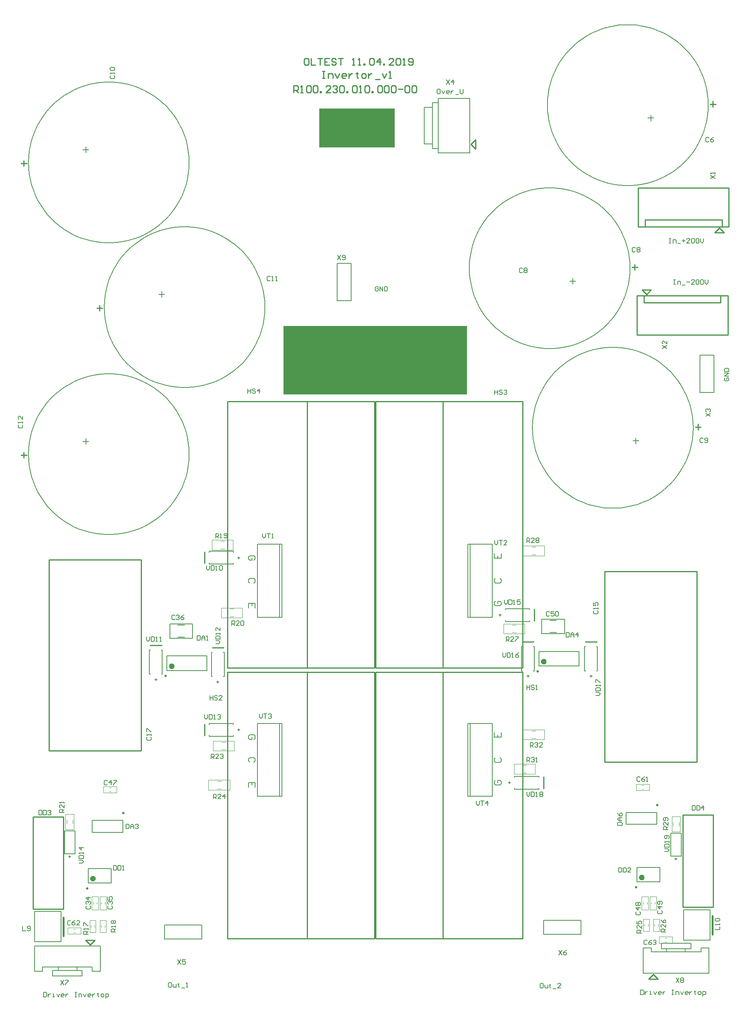
<source format=gto>
%FSTAX23Y23*%
%MOIN*%
%SFA1B1*%

%IPPOS*%
%ADD58C,0.023600*%
%ADD59C,0.009800*%
%ADD60C,0.005000*%
%ADD61C,0.008000*%
%ADD62C,0.010000*%
%ADD63C,0.007900*%
%ADD64C,0.007900*%
%ADD65C,0.006000*%
%ADD66C,0.015700*%
%ADD67C,0.003900*%
%ADD68C,0.005900*%
%ADD69R,0.649600X0.332700*%
%ADD70R,1.574800X0.590600*%
%LNr100.230.010.000-00_invertor-1*%
%LPD*%
G54D58*
X05405Y01137D02*
D01*
X05405Y01138*
X05405Y01139*
X05405Y0114*
X05405Y01141*
X05404Y01141*
X05404Y01142*
X05404Y01143*
X05403Y01144*
X05403Y01144*
X05402Y01145*
X05402Y01145*
X05401Y01146*
X054Y01147*
X054Y01147*
X05399Y01148*
X05398Y01148*
X05398Y01148*
X05397Y01149*
X05396Y01149*
X05395Y01149*
X05394Y01149*
X05394Y01149*
X05393*
X05392Y01149*
X05391Y01149*
X0539Y01149*
X0539Y01149*
X05389Y01148*
X05388Y01148*
X05387Y01148*
X05387Y01147*
X05386Y01147*
X05385Y01146*
X05385Y01145*
X05384Y01145*
X05384Y01144*
X05383Y01144*
X05383Y01143*
X05382Y01142*
X05382Y01141*
X05382Y01141*
X05382Y0114*
X05382Y01139*
X05381Y01138*
X05381Y01137*
X05381Y01136*
X05382Y01136*
X05382Y01135*
X05382Y01134*
X05382Y01133*
X05382Y01133*
X05383Y01132*
X05383Y01131*
X05384Y0113*
X05384Y0113*
X05385Y01129*
X05385Y01129*
X05386Y01128*
X05387Y01128*
X05387Y01127*
X05388Y01127*
X05389Y01126*
X0539Y01126*
X0539Y01126*
X05391Y01126*
X05392Y01126*
X05393Y01126*
X05394*
X05394Y01126*
X05395Y01126*
X05396Y01126*
X05397Y01126*
X05398Y01126*
X05398Y01127*
X05399Y01127*
X054Y01128*
X054Y01128*
X05401Y01129*
X05402Y01129*
X05402Y0113*
X05403Y0113*
X05403Y01131*
X05404Y01132*
X05404Y01133*
X05404Y01133*
X05405Y01134*
X05405Y01135*
X05405Y01136*
X05405Y01136*
X05405Y01137*
X007Y01128D02*
D01*
X007Y01128*
X007Y01129*
X007Y0113*
X007Y01131*
X007Y01132*
X00699Y01132*
X00699Y01133*
X00699Y01134*
X00698Y01134*
X00698Y01135*
X00697Y01136*
X00696Y01136*
X00696Y01137*
X00695Y01137*
X00694Y01138*
X00694Y01138*
X00693Y01138*
X00692Y01139*
X00691Y01139*
X00691Y01139*
X0069Y01139*
X00689Y01139*
X00688*
X00687Y01139*
X00686Y01139*
X00686Y01139*
X00685Y01139*
X00684Y01138*
X00683Y01138*
X00683Y01138*
X00682Y01137*
X00681Y01137*
X00681Y01136*
X0068Y01136*
X00679Y01135*
X00679Y01134*
X00678Y01134*
X00678Y01133*
X00678Y01132*
X00677Y01132*
X00677Y01131*
X00677Y0113*
X00677Y01129*
X00677Y01128*
X00677Y01128*
X00677Y01127*
X00677Y01126*
X00677Y01125*
X00677Y01124*
X00677Y01123*
X00678Y01123*
X00678Y01122*
X00678Y01121*
X00679Y01121*
X00679Y0112*
X0068Y01119*
X00681Y01119*
X00681Y01118*
X00682Y01118*
X00683Y01117*
X00683Y01117*
X00684Y01117*
X00685Y01116*
X00686Y01116*
X00686Y01116*
X00687Y01116*
X00688Y01116*
X00689*
X0069Y01116*
X00691Y01116*
X00691Y01116*
X00692Y01116*
X00693Y01117*
X00694Y01117*
X00694Y01117*
X00695Y01118*
X00696Y01118*
X00696Y01119*
X00697Y01119*
X00698Y0112*
X00698Y01121*
X00699Y01121*
X00699Y01122*
X00699Y01123*
X007Y01123*
X007Y01124*
X007Y01125*
X007Y01126*
X007Y01127*
X007Y01128*
X04565Y02988D02*
D01*
X04564Y02989*
X04564Y02989*
X04564Y0299*
X04564Y02991*
X04564Y02992*
X04563Y02992*
X04563Y02993*
X04563Y02994*
X04562Y02995*
X04562Y02995*
X04561Y02996*
X04561Y02996*
X0456Y02997*
X04559Y02997*
X04559Y02998*
X04558Y02998*
X04557Y02999*
X04556Y02999*
X04556Y02999*
X04555Y02999*
X04554Y02999*
X04553Y02999*
X04552*
X04551Y02999*
X04551Y02999*
X0455Y02999*
X04549Y02999*
X04548Y02999*
X04548Y02998*
X04547Y02998*
X04546Y02997*
X04545Y02997*
X04545Y02996*
X04544Y02996*
X04544Y02995*
X04543Y02995*
X04543Y02994*
X04542Y02993*
X04542Y02992*
X04542Y02992*
X04541Y02991*
X04541Y0299*
X04541Y02989*
X04541Y02989*
X04541Y02988*
X04541Y02987*
X04541Y02986*
X04541Y02985*
X04541Y02984*
X04542Y02984*
X04542Y02983*
X04542Y02982*
X04543Y02981*
X04543Y02981*
X04544Y0298*
X04544Y0298*
X04545Y02979*
X04545Y02978*
X04546Y02978*
X04547Y02977*
X04548Y02977*
X04548Y02977*
X04549Y02976*
X0455Y02976*
X04551Y02976*
X04551Y02976*
X04552Y02976*
X04553*
X04554Y02976*
X04555Y02976*
X04556Y02976*
X04556Y02976*
X04557Y02977*
X04558Y02977*
X04559Y02977*
X04559Y02978*
X0456Y02978*
X04561Y02979*
X04561Y0298*
X04562Y0298*
X04562Y02981*
X04563Y02981*
X04563Y02982*
X04563Y02983*
X04564Y02984*
X04564Y02984*
X04564Y02985*
X04564Y02986*
X04564Y02987*
X04565Y02988*
X01376Y02948D02*
D01*
X01375Y02949*
X01375Y0295*
X01375Y02951*
X01375Y02952*
X01375Y02952*
X01374Y02953*
X01374Y02954*
X01374Y02955*
X01373Y02955*
X01373Y02956*
X01372Y02956*
X01372Y02957*
X01371Y02958*
X0137Y02958*
X0137Y02959*
X01369Y02959*
X01368Y02959*
X01367Y0296*
X01367Y0296*
X01366Y0296*
X01365Y0296*
X01364Y0296*
X01363*
X01362Y0296*
X01362Y0296*
X01361Y0296*
X0136Y0296*
X01359Y02959*
X01359Y02959*
X01358Y02959*
X01357Y02958*
X01356Y02958*
X01356Y02957*
X01355Y02956*
X01355Y02956*
X01354Y02955*
X01354Y02955*
X01353Y02954*
X01353Y02953*
X01353Y02952*
X01352Y02952*
X01352Y02951*
X01352Y0295*
X01352Y02949*
X01352Y02948*
X01352Y02947*
X01352Y02947*
X01352Y02946*
X01352Y02945*
X01353Y02944*
X01353Y02944*
X01353Y02943*
X01354Y02942*
X01354Y02941*
X01355Y02941*
X01355Y0294*
X01356Y0294*
X01356Y02939*
X01357Y02939*
X01358Y02938*
X01359Y02938*
X01359Y02937*
X0136Y02937*
X01361Y02937*
X01362Y02937*
X01362Y02937*
X01363Y02937*
X01364*
X01365Y02937*
X01366Y02937*
X01367Y02937*
X01367Y02937*
X01368Y02937*
X01369Y02938*
X0137Y02938*
X0137Y02939*
X01371Y02939*
X01372Y0294*
X01372Y0294*
X01373Y02941*
X01373Y02941*
X01374Y02942*
X01374Y02943*
X01374Y02944*
X01375Y02944*
X01375Y02945*
X01375Y02946*
X01375Y02947*
X01375Y02947*
X01376Y02948*
G54D59*
X05349Y01054D02*
D01*
X05349Y01054*
X05349Y01054*
X05349Y01055*
X05349Y01055*
X05348Y01055*
X05348Y01056*
X05348Y01056*
X05348Y01056*
X05348Y01056*
X05348Y01057*
X05347Y01057*
X05347Y01057*
X05347Y01057*
X05347Y01058*
X05346Y01058*
X05346Y01058*
X05346Y01058*
X05345Y01058*
X05345Y01058*
X05345Y01058*
X05344Y01058*
X05344Y01058*
X05344*
X05343Y01058*
X05343Y01058*
X05343Y01058*
X05342Y01058*
X05342Y01058*
X05342Y01058*
X05341Y01058*
X05341Y01058*
X05341Y01057*
X05341Y01057*
X0534Y01057*
X0534Y01057*
X0534Y01056*
X0534Y01056*
X05339Y01056*
X05339Y01056*
X05339Y01055*
X05339Y01055*
X05339Y01055*
X05339Y01054*
X05339Y01054*
X05339Y01054*
X05339Y01053*
X05339Y01053*
X05339Y01053*
X05339Y01052*
X05339Y01052*
X05339Y01052*
X05339Y01051*
X0534Y01051*
X0534Y01051*
X0534Y0105*
X0534Y0105*
X05341Y0105*
X05341Y0105*
X05341Y0105*
X05341Y01049*
X05342Y01049*
X05342Y01049*
X05342Y01049*
X05343Y01049*
X05343Y01049*
X05343Y01049*
X05344Y01049*
X05344*
X05344Y01049*
X05345Y01049*
X05345Y01049*
X05345Y01049*
X05346Y01049*
X05346Y01049*
X05346Y01049*
X05347Y0105*
X05347Y0105*
X05347Y0105*
X05347Y0105*
X05348Y0105*
X05348Y01051*
X05348Y01051*
X05348Y01051*
X05348Y01052*
X05348Y01052*
X05349Y01052*
X05349Y01053*
X05349Y01053*
X05349Y01053*
X05349Y01054*
X00644Y01044D02*
D01*
X00644Y01044*
X00644Y01044*
X00644Y01045*
X00644Y01045*
X00644Y01045*
X00644Y01046*
X00643Y01046*
X00643Y01046*
X00643Y01047*
X00643Y01047*
X00643Y01047*
X00642Y01047*
X00642Y01048*
X00642Y01048*
X00642Y01048*
X00641Y01048*
X00641Y01048*
X00641Y01048*
X0064Y01049*
X0064Y01049*
X0064Y01049*
X00639Y01049*
X00639*
X00639Y01049*
X00638Y01049*
X00638Y01049*
X00638Y01048*
X00637Y01048*
X00637Y01048*
X00637Y01048*
X00636Y01048*
X00636Y01048*
X00636Y01047*
X00636Y01047*
X00635Y01047*
X00635Y01047*
X00635Y01046*
X00635Y01046*
X00635Y01046*
X00634Y01045*
X00634Y01045*
X00634Y01045*
X00634Y01044*
X00634Y01044*
X00634Y01044*
X00634Y01043*
X00634Y01043*
X00634Y01043*
X00634Y01042*
X00634Y01042*
X00635Y01042*
X00635Y01041*
X00635Y01041*
X00635Y01041*
X00635Y01041*
X00636Y0104*
X00636Y0104*
X00636Y0104*
X00636Y0104*
X00637Y0104*
X00637Y01039*
X00637Y01039*
X00638Y01039*
X00638Y01039*
X00638Y01039*
X00639Y01039*
X00639Y01039*
X00639*
X0064Y01039*
X0064Y01039*
X0064Y01039*
X00641Y01039*
X00641Y01039*
X00641Y01039*
X00642Y0104*
X00642Y0104*
X00642Y0104*
X00642Y0104*
X00643Y0104*
X00643Y01041*
X00643Y01041*
X00643Y01041*
X00643Y01041*
X00644Y01042*
X00644Y01042*
X00644Y01042*
X00644Y01043*
X00644Y01043*
X00644Y01043*
X00644Y01044*
X0553Y01759D02*
D01*
X0553Y0176*
X0553Y0176*
X0553Y0176*
X0553Y01761*
X0553Y01761*
X0553Y01761*
X05529Y01762*
X05529Y01762*
X05529Y01762*
X05529Y01762*
X05529Y01763*
X05528Y01763*
X05528Y01763*
X05528Y01763*
X05528Y01764*
X05527Y01764*
X05527Y01764*
X05527Y01764*
X05526Y01764*
X05526Y01764*
X05526Y01764*
X05525Y01764*
X05525*
X05525Y01764*
X05524Y01764*
X05524Y01764*
X05524Y01764*
X05523Y01764*
X05523Y01764*
X05523Y01764*
X05522Y01763*
X05522Y01763*
X05522Y01763*
X05522Y01763*
X05521Y01762*
X05521Y01762*
X05521Y01762*
X05521Y01762*
X05521Y01761*
X0552Y01761*
X0552Y01761*
X0552Y0176*
X0552Y0176*
X0552Y0176*
X0552Y01759*
X0552Y01759*
X0552Y01759*
X0552Y01758*
X0552Y01758*
X0552Y01758*
X05521Y01757*
X05521Y01757*
X05521Y01757*
X05521Y01756*
X05521Y01756*
X05522Y01756*
X05522Y01756*
X05522Y01755*
X05522Y01755*
X05523Y01755*
X05523Y01755*
X05523Y01755*
X05524Y01755*
X05524Y01755*
X05524Y01754*
X05525Y01754*
X05525Y01754*
X05525*
X05526Y01754*
X05526Y01754*
X05526Y01755*
X05527Y01755*
X05527Y01755*
X05527Y01755*
X05528Y01755*
X05528Y01755*
X05528Y01755*
X05528Y01756*
X05529Y01756*
X05529Y01756*
X05529Y01756*
X05529Y01757*
X05529Y01757*
X0553Y01757*
X0553Y01758*
X0553Y01758*
X0553Y01758*
X0553Y01759*
X0553Y01759*
X0553Y01759*
X00953Y0169D02*
D01*
X00953Y01691*
X00953Y01691*
X00953Y01691*
X00953Y01692*
X00953Y01692*
X00953Y01692*
X00953Y01693*
X00952Y01693*
X00952Y01693*
X00952Y01694*
X00952Y01694*
X00952Y01694*
X00951Y01694*
X00951Y01694*
X00951Y01695*
X0095Y01695*
X0095Y01695*
X0095Y01695*
X00949Y01695*
X00949Y01695*
X00949Y01695*
X00948Y01695*
X00948*
X00948Y01695*
X00947Y01695*
X00947Y01695*
X00947Y01695*
X00946Y01695*
X00946Y01695*
X00946Y01695*
X00946Y01694*
X00945Y01694*
X00945Y01694*
X00945Y01694*
X00945Y01694*
X00944Y01693*
X00944Y01693*
X00944Y01693*
X00944Y01692*
X00944Y01692*
X00944Y01692*
X00944Y01691*
X00943Y01691*
X00943Y01691*
X00943Y0169*
X00943Y0169*
X00943Y0169*
X00944Y01689*
X00944Y01689*
X00944Y01689*
X00944Y01688*
X00944Y01688*
X00944Y01688*
X00944Y01688*
X00945Y01687*
X00945Y01687*
X00945Y01687*
X00945Y01687*
X00946Y01686*
X00946Y01686*
X00946Y01686*
X00946Y01686*
X00947Y01686*
X00947Y01686*
X00947Y01686*
X00948Y01686*
X00948Y01686*
X00948*
X00949Y01686*
X00949Y01686*
X00949Y01686*
X0095Y01686*
X0095Y01686*
X0095Y01686*
X00951Y01686*
X00951Y01686*
X00951Y01687*
X00952Y01687*
X00952Y01687*
X00952Y01687*
X00952Y01688*
X00952Y01688*
X00953Y01688*
X00953Y01688*
X00953Y01689*
X00953Y01689*
X00953Y01689*
X00953Y0169*
X00953Y0169*
X00953Y0169*
X04506Y02904D02*
D01*
X04506Y02904*
X04506Y02905*
X04506Y02905*
X04506Y02905*
X04506Y02906*
X04506Y02906*
X04505Y02906*
X04505Y02907*
X04505Y02907*
X04505Y02907*
X04505Y02907*
X04504Y02908*
X04504Y02908*
X04504Y02908*
X04504Y02908*
X04503Y02908*
X04503Y02909*
X04503Y02909*
X04502Y02909*
X04502Y02909*
X04502Y02909*
X04501Y02909*
X04501*
X04501Y02909*
X045Y02909*
X045Y02909*
X045Y02909*
X04499Y02909*
X04499Y02908*
X04499Y02908*
X04498Y02908*
X04498Y02908*
X04498Y02908*
X04498Y02907*
X04497Y02907*
X04497Y02907*
X04497Y02907*
X04497Y02906*
X04497Y02906*
X04496Y02906*
X04496Y02905*
X04496Y02905*
X04496Y02905*
X04496Y02904*
X04496Y02904*
X04496Y02904*
X04496Y02903*
X04496Y02903*
X04496Y02903*
X04496Y02902*
X04497Y02902*
X04497Y02902*
X04497Y02901*
X04497Y02901*
X04497Y02901*
X04498Y02901*
X04498Y029*
X04498Y029*
X04498Y029*
X04499Y029*
X04499Y029*
X04499Y02899*
X045Y02899*
X045Y02899*
X045Y02899*
X04501Y02899*
X04501Y02899*
X04501*
X04502Y02899*
X04502Y02899*
X04502Y02899*
X04503Y02899*
X04503Y02899*
X04503Y029*
X04504Y029*
X04504Y029*
X04504Y029*
X04504Y029*
X04505Y02901*
X04505Y02901*
X04505Y02901*
X04505Y02901*
X04505Y02902*
X04506Y02902*
X04506Y02902*
X04506Y02903*
X04506Y02903*
X04506Y02903*
X04506Y02904*
X04506Y02904*
X01317Y02865D02*
D01*
X01317Y02865*
X01317Y02865*
X01317Y02866*
X01317Y02866*
X01317Y02866*
X01317Y02867*
X01316Y02867*
X01316Y02867*
X01316Y02868*
X01316Y02868*
X01316Y02868*
X01315Y02868*
X01315Y02869*
X01315Y02869*
X01315Y02869*
X01314Y02869*
X01314Y02869*
X01314Y02869*
X01313Y02869*
X01313Y0287*
X01313Y0287*
X01312Y0287*
X01312*
X01312Y0287*
X01311Y0287*
X01311Y02869*
X01311Y02869*
X0131Y02869*
X0131Y02869*
X0131Y02869*
X01309Y02869*
X01309Y02869*
X01309Y02868*
X01309Y02868*
X01308Y02868*
X01308Y02868*
X01308Y02867*
X01308Y02867*
X01308Y02867*
X01307Y02866*
X01307Y02866*
X01307Y02866*
X01307Y02865*
X01307Y02865*
X01307Y02865*
X01307Y02864*
X01307Y02864*
X01307Y02864*
X01307Y02863*
X01307Y02863*
X01308Y02863*
X01308Y02862*
X01308Y02862*
X01308Y02862*
X01308Y02862*
X01309Y02861*
X01309Y02861*
X01309Y02861*
X01309Y02861*
X0131Y0286*
X0131Y0286*
X0131Y0286*
X01311Y0286*
X01311Y0286*
X01311Y0286*
X01312Y0286*
X01312Y0286*
X01312*
X01313Y0286*
X01313Y0286*
X01313Y0286*
X01314Y0286*
X01314Y0286*
X01314Y0286*
X01315Y0286*
X01315Y02861*
X01315Y02861*
X01315Y02861*
X01316Y02861*
X01316Y02862*
X01316Y02862*
X01316Y02862*
X01316Y02862*
X01317Y02863*
X01317Y02863*
X01317Y02863*
X01317Y02864*
X01317Y02864*
X01317Y02864*
X01317Y02865*
X02657Y08045D02*
X02677D01*
X02667*
Y07986*
X02657*
X02677*
X02706D02*
Y08026D01*
X02736*
X02746Y08016*
Y07986*
X02765Y08026D02*
X02785Y07986D01*
X02805Y08026*
X02854Y07986D02*
X02834D01*
X02824Y07996*
Y08016*
X02834Y08026*
X02854*
X02864Y08016*
Y08006*
X02824*
X02883Y08026D02*
Y07986D01*
Y08006*
X02893Y08016*
X02903Y08026*
X02913*
X02952Y08036D02*
Y08026D01*
X02942*
X02962*
X02952*
Y07996*
X02962Y07986*
X03002D02*
X03021D01*
X03031Y07996*
Y08016*
X03021Y08026*
X03002*
X02992Y08016*
Y07996*
X03002Y07986*
X03051Y08026D02*
Y07986D01*
Y08006*
X03061Y08016*
X0307Y08026*
X0308*
X0311Y07976D02*
X03149D01*
X03169Y08026D02*
X03188Y07986D01*
X03208Y08026*
X03228Y07986D02*
X03247D01*
X03238*
Y08045*
X03228Y08036*
X02411Y07862D02*
Y07921D01*
X0244*
X0245Y07911*
Y07891*
X0244Y07881*
X02411*
X02431D02*
X0245Y07862D01*
X0247D02*
X0249D01*
X0248*
Y07921*
X0247Y07911*
X02519D02*
X02529Y07921D01*
X02549*
X02559Y07911*
Y07872*
X02549Y07862*
X02529*
X02519Y07872*
Y07911*
X02578D02*
X02588Y07921D01*
X02608*
X02618Y07911*
Y07872*
X02608Y07862*
X02588*
X02578Y07872*
Y07911*
X02637Y07862D02*
Y07872D01*
X02647*
Y07862*
X02637*
X02726D02*
X02686D01*
X02726Y07901*
Y07911*
X02716Y07921*
X02696*
X02686Y07911*
X02746D02*
X02755Y07921D01*
X02775*
X02785Y07911*
Y07901*
X02775Y07891*
X02765*
X02775*
X02785Y07881*
Y07872*
X02775Y07862*
X02755*
X02746Y07872*
X02805Y07911D02*
X02814Y07921D01*
X02834*
X02844Y07911*
Y07872*
X02834Y07862*
X02814*
X02805Y07872*
Y07911*
X02864Y07862D02*
Y07872D01*
X02873*
Y07862*
X02864*
X02913Y07911D02*
X02923Y07921D01*
X02942*
X02952Y07911*
Y07872*
X02942Y07862*
X02923*
X02913Y07872*
Y07911*
X02972Y07862D02*
X02991D01*
X02982*
Y07921*
X02972Y07911*
X03021D02*
X03031Y07921D01*
X03051*
X0306Y07911*
Y07872*
X03051Y07862*
X03031*
X03021Y07872*
Y07911*
X0308Y07862D02*
Y07872D01*
X0309*
Y07862*
X0308*
X03129Y07911D02*
X03139Y07921D01*
X03159*
X03169Y07911*
Y07872*
X03159Y07862*
X03139*
X03129Y07872*
Y07911*
X03188D02*
X03198Y07921D01*
X03218*
X03228Y07911*
Y07872*
X03218Y07862*
X03198*
X03188Y07872*
Y07911*
X03247D02*
X03257Y07921D01*
X03277*
X03287Y07911*
Y07872*
X03277Y07862*
X03257*
X03247Y07872*
Y07911*
X03306Y07891D02*
X03346D01*
X03365Y07911D02*
X03375Y07921D01*
X03395*
X03405Y07911*
Y07872*
X03395Y07862*
X03375*
X03365Y07872*
Y07911*
X03424D02*
X03434Y07921D01*
X03454*
X03464Y07911*
Y07872*
X03454Y07862*
X03434*
X03424Y07872*
Y07911*
X02529Y08157D02*
X0251D01*
X025Y08147*
Y08108*
X0251Y08098*
X02529*
X02539Y08108*
Y08147*
X02529Y08157*
X02559D02*
Y08098D01*
X02598*
X02618Y08157D02*
X02657D01*
X02637*
Y08098*
X02716Y08157D02*
X02677D01*
Y08098*
X02716*
X02677Y08127D02*
X02696D01*
X02775Y08147D02*
X02765Y08157D01*
X02746*
X02736Y08147*
Y08137*
X02746Y08127*
X02765*
X02775Y08118*
Y08108*
X02765Y08098*
X02746*
X02736Y08108*
X02795Y08157D02*
X02834D01*
X02815*
Y08098*
X02913D02*
X02933D01*
X02923*
Y08157*
X02913Y08147*
X02962Y08098D02*
X02982D01*
X02972*
Y08157*
X02962Y08147*
X03011Y08098D02*
Y08108D01*
X03021*
Y08098*
X03011*
X03061Y08147D02*
X0307Y08157D01*
X0309*
X031Y08147*
Y08108*
X0309Y08098*
X0307*
X03061Y08108*
Y08147*
X03149Y08098D02*
Y08157D01*
X0312Y08127*
X03159*
X03179Y08098D02*
Y08108D01*
X03188*
Y08098*
X03179*
X03267D02*
X03228D01*
X03267Y08137*
Y08147*
X03257Y08157*
X03238*
X03228Y08147*
X03287D02*
X03297Y08157D01*
X03316*
X03326Y08147*
Y08108*
X03316Y08098*
X03297*
X03287Y08108*
Y08147*
X03346Y08098D02*
X03366D01*
X03356*
Y08157*
X03346Y08147*
X03395Y08108D02*
X03405Y08098D01*
X03425*
X03434Y08108*
Y08147*
X03425Y08157*
X03405*
X03395Y08147*
Y08137*
X03405Y08127*
X03434*
G54D60*
X02165Y06023D02*
D01*
X02163Y06071*
X02158Y06119*
X0215Y06166*
X02138Y06213*
X02123Y06259*
X02105Y06303*
X02084Y06347*
X0206Y06388*
X02033Y06428*
X02004Y06466*
X01972Y06502*
X01937Y06535*
X019Y06566*
X01861Y06594*
X0182Y0662*
X01778Y06642*
X01734Y06662*
X01689Y06678*
X01643Y06692*
X01596Y06702*
X01548Y06708*
X015Y06712*
X01452*
X01404Y06708*
X01356Y06702*
X01309Y06692*
X01263Y06678*
X01218Y06662*
X01174Y06642*
X01131Y0662*
X01091Y06594*
X01052Y06566*
X01015Y06535*
X0098Y06502*
X00948Y06466*
X00918Y06428*
X00892Y06388*
X00868Y06347*
X00846Y06303*
X00828Y06259*
X00814Y06213*
X00802Y06166*
X00794Y06119*
X00789Y06071*
X00787Y06023*
X00789Y05975*
X00794Y05927*
X00802Y0588*
X00814Y05833*
X00828Y05787*
X00846Y05743*
X00868Y057*
X00892Y05658*
X00918Y05618*
X00948Y0558*
X0098Y05544*
X01015Y05511*
X01052Y0548*
X01091Y05452*
X01131Y05426*
X01174Y05404*
X01218Y05384*
X01263Y05368*
X01309Y05355*
X01356Y05345*
X01404Y05338*
X01452Y05335*
X015*
X01548Y05338*
X01596Y05345*
X01643Y05355*
X01689Y05368*
X01734Y05384*
X01778Y05404*
X0182Y05426*
X01861Y05452*
X019Y0548*
X01937Y05511*
X01972Y05544*
X02004Y0558*
X02033Y05618*
X0206Y05658*
X02084Y057*
X02105Y05743*
X02123Y05787*
X02138Y05833*
X0215Y0588*
X02158Y05927*
X02163Y05975*
X02165Y06023*
X05964Y07755D02*
D01*
X05962Y07803*
X05957Y07851*
X05949Y07899*
X05937Y07945*
X05923Y07991*
X05905Y08036*
X05883Y08079*
X05859Y08121*
X05833Y0816*
X05803Y08198*
X05771Y08234*
X05736Y08267*
X05699Y08298*
X0566Y08327*
X0562Y08352*
X05577Y08375*
X05533Y08394*
X05488Y08411*
X05442Y08424*
X05395Y08434*
X05347Y08441*
X05299Y08444*
X05251*
X05203Y08441*
X05155Y08434*
X05108Y08424*
X05062Y08411*
X05017Y08394*
X04973Y08375*
X04931Y08352*
X0489Y08327*
X04851Y08298*
X04814Y08267*
X04779Y08234*
X04747Y08198*
X04718Y0816*
X04691Y08121*
X04667Y08079*
X04646Y08036*
X04628Y07991*
X04613Y07945*
X04601Y07899*
X04593Y07851*
X04588Y07803*
X04586Y07755*
X04588Y07707*
X04593Y0766*
X04601Y07612*
X04613Y07565*
X04628Y0752*
X04646Y07475*
X04667Y07432*
X04691Y0739*
X04718Y0735*
X04747Y07313*
X04779Y07277*
X04814Y07243*
X04851Y07212*
X0489Y07184*
X04931Y07159*
X04973Y07136*
X05017Y07117*
X05062Y071*
X05108Y07087*
X05155Y07077*
X05203Y0707*
X05251Y07067*
X05299*
X05347Y0707*
X05395Y07077*
X05442Y07087*
X05488Y071*
X05533Y07117*
X05577Y07136*
X0562Y07159*
X0566Y07184*
X05699Y07212*
X05736Y07243*
X05771Y07277*
X05803Y07313*
X05833Y0735*
X05859Y0739*
X05883Y07432*
X05905Y07475*
X05923Y0752*
X05937Y07565*
X05949Y07612*
X05957Y0766*
X05962Y07707*
X05964Y07755*
X05295Y06358D02*
D01*
X05293Y06406*
X05288Y06454*
X0528Y06501*
X05268Y06548*
X05253Y06593*
X05235Y06638*
X05214Y06681*
X0519Y06723*
X05163Y06763*
X05134Y06801*
X05101Y06836*
X05067Y0687*
X0503Y06901*
X04991Y06929*
X0495Y06954*
X04908Y06977*
X04864Y06997*
X04819Y07013*
X04772Y07026*
X04725Y07036*
X04678Y07043*
X0463Y07046*
X04582*
X04534Y07043*
X04486Y07036*
X04439Y07026*
X04393Y07013*
X04348Y06997*
X04304Y06977*
X04261Y06954*
X04221Y06929*
X04182Y06901*
X04145Y0687*
X0411Y06836*
X04078Y06801*
X04048Y06763*
X04021Y06723*
X03997Y06681*
X03976Y06638*
X03958Y06593*
X03943Y06548*
X03932Y06501*
X03924Y06454*
X03918Y06406*
X03917Y06358*
X03918Y0631*
X03924Y06262*
X03932Y06215*
X03943Y06168*
X03958Y06122*
X03976Y06078*
X03997Y06034*
X04021Y05993*
X04048Y05953*
X04078Y05915*
X0411Y05879*
X04145Y05846*
X04182Y05815*
X04221Y05787*
X04261Y05761*
X04304Y05739*
X04348Y05719*
X04393Y05703*
X04439Y05689*
X04486Y05679*
X04534Y05673*
X04582Y05669*
X0463*
X04678Y05673*
X04725Y05679*
X04772Y05689*
X04819Y05703*
X04864Y05719*
X04908Y05739*
X0495Y05761*
X04991Y05787*
X0503Y05815*
X05067Y05846*
X05101Y05879*
X05134Y05915*
X05163Y05953*
X0519Y05993*
X05214Y06034*
X05235Y06078*
X05253Y06122*
X05268Y06168*
X0528Y06215*
X05288Y06262*
X05293Y0631*
X05295Y06358*
X05836Y0499D02*
D01*
X05834Y05038*
X05829Y05086*
X05821Y05133*
X05809Y0518*
X05795Y05225*
X05777Y0527*
X05755Y05313*
X05731Y05355*
X05705Y05395*
X05675Y05433*
X05643Y05468*
X05608Y05502*
X05571Y05533*
X05532Y05561*
X05492Y05586*
X05449Y05609*
X05405Y05629*
X0536Y05645*
X05314Y05658*
X05267Y05668*
X05219Y05675*
X05171Y05678*
X05123*
X05075Y05675*
X05027Y05668*
X0498Y05658*
X04934Y05645*
X04889Y05629*
X04845Y05609*
X04803Y05586*
X04762Y05561*
X04723Y05533*
X04686Y05502*
X04651Y05468*
X04619Y05433*
X0459Y05395*
X04563Y05355*
X04539Y05313*
X04518Y0527*
X045Y05225*
X04485Y0518*
X04473Y05133*
X04465Y05086*
X0446Y05038*
X04458Y0499*
X0446Y04942*
X04465Y04894*
X04473Y04846*
X04485Y048*
X045Y04754*
X04518Y04709*
X04539Y04666*
X04563Y04625*
X0459Y04585*
X04619Y04547*
X04651Y04511*
X04686Y04478*
X04723Y04447*
X04762Y04418*
X04803Y04393*
X04845Y0437*
X04889Y04351*
X04934Y04334*
X0498Y04321*
X05027Y04311*
X05075Y04304*
X05123Y04301*
X05171*
X05219Y04304*
X05267Y04311*
X05314Y04321*
X0536Y04334*
X05405Y04351*
X05449Y0437*
X05492Y04393*
X05532Y04418*
X05571Y04447*
X05608Y04478*
X05643Y04511*
X05675Y04547*
X05705Y04585*
X05731Y04625*
X05755Y04666*
X05777Y04709*
X05795Y04754*
X05809Y048*
X05821Y04846*
X05829Y04894*
X05834Y04942*
X05836Y0499*
X01515Y07263D02*
D01*
X01514Y07311*
X01508Y07359*
X015Y07407*
X01489Y07453*
X01474Y07499*
X01456Y07544*
X01435Y07587*
X01411Y07628*
X01384Y07668*
X01354Y07706*
X01322Y07742*
X01287Y07775*
X0125Y07806*
X01211Y07835*
X01171Y0786*
X01128Y07883*
X01084Y07902*
X01039Y07919*
X00993Y07932*
X00946Y07942*
X00898Y07949*
X0085Y07952*
X00802*
X00754Y07949*
X00707Y07942*
X0066Y07932*
X00613Y07919*
X00568Y07902*
X00524Y07883*
X00482Y0786*
X00441Y07835*
X00402Y07806*
X00365Y07775*
X00331Y07742*
X00298Y07706*
X00269Y07668*
X00242Y07628*
X00218Y07587*
X00197Y07544*
X00179Y07499*
X00164Y07453*
X00152Y07407*
X00144Y07359*
X00139Y07311*
X00137Y07263*
X00139Y07215*
X00144Y07167*
X00152Y0712*
X00164Y07073*
X00179Y07028*
X00197Y06983*
X00218Y0694*
X00242Y06898*
X00269Y06858*
X00298Y0682*
X00331Y06785*
X00365Y06751*
X00402Y0672*
X00441Y06692*
X00482Y06667*
X00524Y06644*
X00568Y06624*
X00613Y06608*
X0066Y06595*
X00707Y06585*
X00754Y06578*
X00802Y06575*
X0085*
X00898Y06578*
X00946Y06585*
X00993Y06595*
X01039Y06608*
X01084Y06624*
X01128Y06644*
X01171Y06667*
X01211Y06692*
X0125Y0672*
X01287Y06751*
X01322Y06785*
X01354Y0682*
X01384Y06858*
X01411Y06898*
X01435Y0694*
X01456Y06983*
X01474Y07028*
X01489Y07073*
X015Y0712*
X01508Y07167*
X01514Y07215*
X01515Y07263*
Y04763D02*
D01*
X01514Y04811*
X01508Y04859*
X015Y04907*
X01489Y04953*
X01474Y04999*
X01456Y05044*
X01435Y05087*
X01411Y05128*
X01384Y05168*
X01354Y05206*
X01322Y05242*
X01287Y05275*
X0125Y05306*
X01211Y05335*
X01171Y0536*
X01128Y05383*
X01084Y05402*
X01039Y05419*
X00993Y05432*
X00946Y05442*
X00898Y05449*
X0085Y05452*
X00802*
X00754Y05449*
X00707Y05442*
X0066Y05432*
X00613Y05419*
X00568Y05402*
X00524Y05383*
X00482Y0536*
X00441Y05335*
X00402Y05306*
X00365Y05275*
X00331Y05242*
X00298Y05206*
X00269Y05168*
X00242Y05128*
X00218Y05087*
X00197Y05044*
X00179Y04999*
X00164Y04953*
X00152Y04907*
X00144Y04859*
X00139Y04811*
X00137Y04763*
X00139Y04715*
X00144Y04667*
X00152Y0462*
X00164Y04573*
X00179Y04528*
X00197Y04483*
X00218Y0444*
X00242Y04398*
X00269Y04358*
X00298Y0432*
X00331Y04285*
X00365Y04251*
X00402Y0422*
X00441Y04192*
X00482Y04167*
X00524Y04144*
X00568Y04124*
X00613Y04108*
X0066Y04095*
X00707Y04085*
X00754Y04078*
X00802Y04075*
X0085*
X00898Y04078*
X00946Y04085*
X00993Y04095*
X01039Y04108*
X01084Y04124*
X01128Y04144*
X01171Y04167*
X01211Y04192*
X0125Y0422*
X01287Y04251*
X01322Y04285*
X01354Y0432*
X01384Y04358*
X01411Y04398*
X01435Y0444*
X01456Y04483*
X01474Y04528*
X01489Y04573*
X015Y0462*
X01508Y04667*
X01514Y04715*
X01515Y04763*
X036Y07422D02*
Y07737D01*
X0353D02*
X036D01*
X0353Y07422D02*
Y07737D01*
Y07422D02*
X036D01*
X05644Y01318D02*
Y01515D01*
X05733*
Y01318D02*
Y01515D01*
X05644Y01318D02*
X05733D01*
X00447Y01338D02*
Y01535D01*
X00536*
Y01338D02*
Y01535D01*
X00447Y01338D02*
X00536D01*
X00344Y00293D02*
Y0034D01*
Y00293D02*
X00596D01*
Y0034*
X00344D02*
X00596D01*
X00393D02*
Y00368D01*
Y0034D02*
X00554D01*
Y00368*
X00393D02*
X00554D01*
X05816Y00525D02*
Y00572D01*
X05564D02*
X05816D01*
X05564Y00525D02*
Y00572D01*
Y00525D02*
X05816D01*
X05768Y00498D02*
Y00525D01*
X05606D02*
X05768D01*
X05606Y00498D02*
Y00525D01*
Y00498D02*
X05768D01*
X04538Y03349D02*
X04733D01*
Y03226D02*
Y03349D01*
X04538Y03226D02*
X04733D01*
X04538D02*
Y03349D01*
X01349Y0331D02*
X01544D01*
Y03187D02*
Y0331D01*
X01349Y03187D02*
X01544D01*
X01349D02*
Y0331D01*
X01254Y06134D02*
X01304D01*
X01279Y06109D02*
Y06159D01*
X05447Y07645D02*
X05497D01*
X05472Y0762D02*
Y0767D01*
X04778Y06247D02*
X04828D01*
X04803Y06222D02*
Y06272D01*
X05319Y04879D02*
X05369D01*
X05344Y04854D02*
Y04904D01*
X00604Y07374D02*
X00654D01*
X00629Y07349D02*
Y07399D01*
X00604Y04874D02*
X00654D01*
X00629Y04849D02*
Y04899D01*
G54D61*
X0365Y07346D02*
X0392D01*
X0365D02*
Y07812D01*
X0392*
Y07346D02*
Y07812D01*
X03649Y07381D02*
Y07777D01*
X036D02*
X03649D01*
X036Y07381D02*
Y07777D01*
Y07381D02*
X03649D01*
X05894Y05294D02*
Y05614D01*
Y05294D02*
X06014D01*
Y05614*
X05894D02*
X06014D01*
X01305Y00729D02*
X01625D01*
X01305Y00609D02*
Y00729D01*
Y00609D02*
X01625D01*
Y00729*
X02904Y06078D02*
Y06398D01*
X02784D02*
X02904D01*
X02784Y06078D02*
Y06398D01*
Y06078D02*
X02904D01*
X04553Y00768D02*
X04873D01*
X04553Y00648D02*
Y00768D01*
Y00648D02*
X04873D01*
Y00768*
G54D62*
X03931Y07419D02*
X0397Y0738D01*
Y07459*
X03931Y07419D02*
X0397Y07459D01*
X06007Y01614D02*
Y01674D01*
X05747D02*
X06007D01*
X05747Y00884D02*
Y01674D01*
Y00884D02*
X06007D01*
Y01614*
X00436Y01595D02*
Y01655D01*
X00176D02*
X00436D01*
X00176Y00865D02*
Y01655D01*
Y00865D02*
X00436D01*
Y01595*
X0606Y06702D02*
X06099Y06663D01*
X0602D02*
X06099D01*
X0602D02*
X0606Y06702D01*
X05425Y06712D02*
Y06771D01*
X06082*
Y06712D02*
Y06771D01*
X05363Y06712D02*
X06141D01*
X05363D02*
Y07047D01*
X06141*
Y06712D02*
Y07047D01*
X05396Y06171D02*
X05436Y06131D01*
X05396Y06171D02*
X05475D01*
X05436Y06131D02*
X05475Y06171D01*
X0607Y06063D02*
Y06122D01*
X05413Y06063D02*
X0607D01*
X05413D02*
Y06122D01*
X05354D02*
X06132D01*
Y05787D02*
Y06122D01*
X05354Y05787D02*
X06132D01*
X05354D02*
Y06122D01*
X04554Y01899D02*
Y01998D01*
X04911Y03156D02*
X05009D01*
X0437D02*
X04468D01*
X04475Y03336D02*
Y03435D01*
X01646Y02352D02*
Y0245D01*
X01712Y03107D02*
X01811D01*
X01181Y03127D02*
X01279D01*
X01646Y03828D02*
Y03927D01*
X00667Y0056D02*
X00706Y00599D01*
X00627D02*
X00706D01*
X00627D02*
X00667Y0056D01*
X05454Y00266D02*
X05494Y00306D01*
X05454Y00266D02*
X05533D01*
X05494Y00306D02*
X05533Y00266D01*
X00747Y05991D02*
Y0604D01*
X00722Y06016D02*
X00771D01*
X06004Y07739D02*
Y07788D01*
X0598Y07762D02*
X06029D01*
X05335Y06341D02*
Y0639D01*
X05311Y06365D02*
X0536D01*
X05877Y04973D02*
Y05022D01*
X05852Y04997D02*
X05901D01*
X00097Y07231D02*
Y0728D01*
X00072Y07256D02*
X00122D01*
X00097Y04731D02*
Y0478D01*
X00072Y04756D02*
X00122D01*
X03114Y00613D02*
X0369D01*
X03114D02*
Y02896D01*
X0369*
Y00613D02*
Y02896D01*
X04374*
X0369Y00613D02*
X04374D01*
Y02896*
X02526Y02895D02*
X03102D01*
Y00612D02*
Y02895D01*
X02526Y00612D02*
X03102D01*
X02526D02*
Y02895D01*
X01842Y00612D02*
X02526D01*
X01842Y02895D02*
X02525D01*
X01842Y00612D02*
Y02895D01*
X03114Y02933D02*
X0369D01*
X03114D02*
Y05216D01*
X0369*
Y02933D02*
Y05216D01*
X04374*
X0369Y02933D02*
X04374D01*
Y05216*
X02526Y05215D02*
X03102D01*
Y02932D02*
Y05215D01*
X02526Y02932D02*
X03102D01*
X02526D02*
Y05215D01*
X01842Y02932D02*
X02526D01*
X01842Y05215D02*
X02525D01*
X01842Y02932D02*
Y05215D01*
X05078Y02126D02*
X05866D01*
X05078D02*
Y03759D01*
X05452*
X05866*
Y02126D02*
Y03759D01*
X00315Y02224D02*
X01102D01*
X00315D02*
Y03858D01*
X00688*
X01102*
Y02224D02*
Y03858D01*
G54D63*
X05551Y01098D02*
Y01224D01*
X05354Y01098D02*
Y01224D01*
X05551*
X05354Y01098D02*
X05551D01*
X00846Y01088D02*
Y01214D01*
X00649Y01088D02*
Y01214D01*
X00846*
X00649Y01088D02*
X00846D01*
X04305Y02003D02*
X04513D01*
X04305Y01893D02*
X04513D01*
X04305Y01995D02*
Y02003D01*
X04513Y01995D02*
Y02003D01*
X04305Y01893D02*
Y01902D01*
X04513Y01893D02*
Y01902D01*
X04905Y02907D02*
Y03116D01*
X05015Y02907D02*
Y03116D01*
X04905Y02907D02*
X04914D01*
X04905Y03116D02*
X04914D01*
X05006Y02907D02*
X05015D01*
X05006Y03116D02*
X05015D01*
X04364Y02907D02*
Y03116D01*
X04474Y02907D02*
Y03116D01*
X04364Y02907D02*
X04373D01*
X04364Y03116D02*
X04373D01*
X04465Y02907D02*
X04474D01*
X04465Y03116D02*
X04474D01*
X04226Y0344D02*
X04435D01*
X04226Y0333D02*
X04435D01*
X04226Y03432D02*
Y0344D01*
X04435Y03432D02*
Y0344D01*
X04226Y0333D02*
Y03339D01*
X04435Y0333D02*
Y03339D01*
X01687Y02346D02*
X01895D01*
X01687Y02456D02*
X01895D01*
Y02346D02*
Y02355D01*
X01687Y02346D02*
Y02355D01*
X01895Y02447D02*
Y02456D01*
X01687Y02447D02*
Y02456D01*
X01706Y02858D02*
Y03066D01*
X01816Y02858D02*
Y03066D01*
X01706Y02858D02*
X01715D01*
X01706Y03066D02*
X01715D01*
X01808Y02858D02*
X01816D01*
X01808Y03066D02*
X01816D01*
X01175Y02878D02*
Y03086D01*
X01285Y02878D02*
Y03086D01*
X01175Y02878D02*
X01184D01*
X01175Y03086D02*
X01184D01*
X01276Y02878D02*
X01285D01*
X01276Y03086D02*
X01285D01*
X01687Y03822D02*
X01895D01*
X01687Y03933D02*
X01895D01*
Y03822D02*
Y03831D01*
X01687Y03822D02*
Y03831D01*
X01895Y03924D02*
Y03933D01*
X01687Y03924D02*
Y03933D01*
X05261Y01592D02*
Y01694D01*
X05525Y01592D02*
Y01694D01*
X05261Y01592D02*
X05525D01*
X05261Y01694D02*
X05525D01*
X00685Y01523D02*
Y01626D01*
X00948Y01523D02*
Y01626D01*
X00685Y01523D02*
X00948D01*
X00685Y01626D02*
X00948D01*
X04606Y03236D02*
X04665D01*
X04606Y03338D02*
X04665D01*
X01417Y03196D02*
X01476D01*
X01417Y03299D02*
X01476D01*
X03923Y03367D02*
Y03993D01*
X03903Y03367D02*
Y03993D01*
X04112Y03367D02*
Y03993D01*
X03903Y03367D02*
X04112D01*
X03903Y03993D02*
X04112D01*
X02289Y03367D02*
Y03993D01*
X02309Y03367D02*
Y03993D01*
X021Y03367D02*
Y03993D01*
X02309*
X021Y03367D02*
X02309D01*
X02289Y01831D02*
Y02457D01*
X02309Y01831D02*
Y02457D01*
X021Y01831D02*
Y02457D01*
X02309*
X021Y01831D02*
X02309D01*
X03923D02*
Y02457D01*
X03903Y01831D02*
Y02457D01*
X04112Y01831D02*
Y02457D01*
X03903Y01831D02*
X04112D01*
X03903Y02457D02*
X04112D01*
X04513Y02948D02*
X04856D01*
X04513Y03074D02*
X04856D01*
X04513Y02948D02*
Y03074D01*
X04856Y02948D02*
Y03074D01*
X01324Y02909D02*
X01667D01*
X01324Y03035D02*
X01667D01*
X01324Y02909D02*
Y03035D01*
X01667Y02909D02*
Y03035D01*
G54D64*
X00191Y00549D02*
X00753D01*
Y00332D02*
Y00549D01*
X00683Y00332D02*
X00753D01*
X00683D02*
Y00368D01*
X0034D02*
X00683D01*
X00257D02*
X0034D01*
X00257Y00332D02*
Y00368D01*
X00191Y00332D02*
X00257D01*
X00191D02*
Y00549D01*
X05407Y00316D02*
X0597D01*
X05407D02*
Y00533D01*
X05478*
Y00498D02*
Y00533D01*
Y00498D02*
X0582D01*
X05904Y00498*
Y00533*
X0597*
Y00316D02*
Y00533D01*
G54D65*
X05752Y00599D02*
X05979D01*
Y00858*
X05752Y00599D02*
Y00858D01*
X05979*
X00189Y00586D02*
X00416D01*
Y00845*
X00189Y00586D02*
Y00845D01*
X00416*
X05686Y01286D02*
Y01306D01*
X05676Y01296D02*
X05696D01*
X00489Y01306D02*
Y01326D01*
X00479Y01316D02*
X00499D01*
X0425Y01949D02*
X0427D01*
X0426Y01959D02*
Y01939D01*
X0496Y02852D02*
Y02872D01*
X0495Y02862D02*
X0497D01*
X04419Y02852D02*
Y02872D01*
X04409Y02862D02*
X04429D01*
X04171Y03386D02*
X04191D01*
X04181Y03396D02*
Y03376D01*
X0195Y02401D02*
X0193D01*
X0194Y02391D02*
Y02411D01*
X01761Y02803D02*
Y02823D01*
X01751Y02813D02*
X01771D01*
X0123Y02822D02*
Y02842D01*
X0122Y02832D02*
X0124D01*
X0195Y03877D02*
X0193D01*
X0194Y03867D02*
Y03887D01*
G54D66*
X06Y00649D02*
Y00807D01*
X00437Y00636D02*
Y00794D01*
G54D67*
X05594Y00584D02*
X05606D01*
X05594Y00616D02*
X05606D01*
X05657Y00572D02*
Y00628D01*
X05543D02*
X05657D01*
X05543Y00572D02*
Y00628D01*
Y00572D02*
X05657D01*
X00525Y00694D02*
X00537D01*
X00525Y00663D02*
X00537D01*
X00474Y00651D02*
Y00706D01*
Y00651D02*
X00588D01*
Y00706*
X00474D02*
X00588D01*
X05397Y01893D02*
X05409D01*
X05397Y01925D02*
X05409D01*
X0546Y01881D02*
Y01937D01*
X05346D02*
X0546D01*
X05346Y01881D02*
Y01937D01*
Y01881D02*
X0546D01*
X05508Y00909D02*
Y00921D01*
X05476Y00909D02*
Y00921D01*
X05464Y00972D02*
X05519D01*
X05464Y00858D02*
Y00972D01*
Y00858D02*
X05519D01*
Y00972*
X05439Y00909D02*
Y00921D01*
X05407Y00909D02*
Y00921D01*
X05395Y00972D02*
X0545D01*
X05395Y00858D02*
Y00972D01*
Y00858D02*
X0545D01*
Y00972*
X0083Y01874D02*
X00842D01*
X0083Y01905D02*
X00842D01*
X00893Y01862D02*
Y01917D01*
X00779D02*
X00893D01*
X00779Y01862D02*
Y01917D01*
Y01862D02*
X00893D01*
X00793Y00909D02*
Y00921D01*
X00761Y00909D02*
Y00921D01*
X0075Y00972D02*
X00805D01*
X0075Y00858D02*
Y00972D01*
Y00858D02*
X00805D01*
Y00972*
X00724Y00909D02*
Y00921D01*
X00692Y00909D02*
Y00921D01*
X00681Y00972D02*
X00736D01*
X00681Y00858D02*
Y00972D01*
Y00858D02*
X00736D01*
Y00972*
X05495Y00676D02*
Y0078D01*
X05548*
Y00676D02*
Y0078D01*
X05495Y00676D02*
X05548D01*
X05504Y00724D02*
Y00732D01*
X05538Y0072D02*
Y00736D01*
X05504Y0072D02*
Y00724D01*
Y00732D02*
Y00736D01*
X05406Y00676D02*
Y0078D01*
X05459*
Y00676D02*
Y0078D01*
X05406Y00676D02*
X05459D01*
X05416Y00724D02*
Y00732D01*
X05449Y0072D02*
Y00736D01*
X05416Y0072D02*
Y00724D01*
Y00732D02*
Y00736D01*
X00751Y00666D02*
Y0077D01*
X00804*
Y00666D02*
Y0077D01*
X00751Y00666D02*
X00804D01*
X0076Y00714D02*
Y00722D01*
X00794Y0071D02*
Y00726D01*
X0076Y0071D02*
Y00714D01*
Y00722D02*
Y00726D01*
X00662Y00666D02*
Y0077D01*
X00715*
Y00666D02*
Y0077D01*
X00662Y00666D02*
X00715D01*
X00672Y00714D02*
Y00722D01*
X00705Y0071D02*
Y00726D01*
X00672Y0071D02*
Y00714D01*
Y00722D02*
Y00726D01*
X00466Y01598D02*
Y01629D01*
X00517Y01598D02*
Y01629D01*
X00455Y0168D02*
X00528D01*
X00455Y01548D02*
Y0168D01*
Y01548D02*
X00528D01*
Y0168*
X05663Y01578D02*
Y0161D01*
X05714Y01578D02*
Y0161D01*
X05652Y0166D02*
X05725D01*
X05652Y01528D02*
Y0166D01*
Y01528D02*
X05725D01*
Y0166*
X04378Y02319D02*
X04559D01*
X04378D02*
Y02404D01*
X04559*
Y02319D02*
Y02404D01*
X0445Y02394D02*
X04486D01*
X0445Y02329D02*
X04486D01*
X04299Y02024D02*
X0448D01*
X04299D02*
Y02109D01*
X0448*
Y02024D02*
Y02109D01*
X04372Y02099D02*
X04407D01*
X04372Y02034D02*
X04407D01*
X04378Y03894D02*
X04559D01*
X04378D02*
Y03979D01*
X04559*
Y03894D02*
Y03979D01*
X0445Y03969D02*
X04486D01*
X0445Y03904D02*
X04486D01*
X0421Y03225D02*
X04391D01*
X0421D02*
Y0331D01*
X04391*
Y03225D02*
Y0331D01*
X04283Y033D02*
X04318D01*
X04283Y03235D02*
X04318D01*
X01681Y01971D02*
X01862D01*
Y01886D02*
Y01971D01*
X01681Y01886D02*
X01862D01*
X01681D02*
Y01971D01*
X01753Y01896D02*
X01789D01*
X01753Y01961D02*
X01789D01*
X0172Y02306D02*
X01901D01*
Y02221D02*
Y02306D01*
X0172Y02221D02*
X01901D01*
X0172D02*
Y02306D01*
X01793Y02231D02*
X01828D01*
X01793Y02296D02*
X01828D01*
X01789Y03447D02*
X0197D01*
Y03363D02*
Y03447D01*
X01789Y03363D02*
X0197D01*
X01789D02*
Y03447D01*
X01862Y03373D02*
X01897D01*
X01862Y03438D02*
X01897D01*
X0171Y04028D02*
X01891D01*
Y03943D02*
Y04028D01*
X0171Y03943D02*
X01891D01*
X0171D02*
Y04028D01*
X01783Y03953D02*
X01818D01*
X01783Y04018D02*
X01818D01*
G54D68*
X04543Y00228D02*
X0453D01*
X04523Y00222*
Y00195*
X0453Y00189*
X04543*
X04549Y00195*
Y00222*
X04543Y00228*
X04562Y00215D02*
Y00195D01*
X04569Y00189*
X04589*
Y00215*
X04608Y00222D02*
Y00215D01*
X04602*
X04615*
X04608*
Y00195*
X04615Y00189*
X04635Y00182D02*
X04661D01*
X047Y00189D02*
X04674D01*
X047Y00215*
Y00222*
X04694Y00228*
X0468*
X04674Y00222*
X03136Y06194D02*
X03129Y062D01*
X03116*
X0311Y06194*
Y06168*
X03116Y06161*
X03129*
X03136Y06168*
Y06181*
X03123*
X03149Y06161D02*
Y062D01*
X03175Y06161*
Y062*
X03189D02*
Y06161D01*
X03208*
X03215Y06168*
Y06194*
X03208Y062*
X03189*
X03661Y07893D02*
X03648D01*
X03641Y07887*
Y0786*
X03648Y07854*
X03661*
X03668Y0786*
Y07887*
X03661Y07893*
X03681Y0788D02*
X03694Y07854D01*
X03707Y0788*
X0374Y07854D02*
X03727D01*
X0372Y0786*
Y07874*
X03727Y0788*
X0374*
X03746Y07874*
Y07867*
X0372*
X03759Y0788D02*
Y07854D01*
Y07867*
X03766Y07874*
X03772Y0788*
X03779*
X03799Y07847D02*
X03825D01*
X03838Y07893D02*
Y0786D01*
X03845Y07854*
X03858*
X03864Y0786*
Y07893*
X0372Y07972D02*
X03746Y07933D01*
Y07972D02*
X0372Y07933D01*
X03779D02*
Y07972D01*
X03759Y07952*
X03786*
X05669Y06259D02*
X05682D01*
X05675*
Y0622*
X05669*
X05682*
X05702D02*
Y06246D01*
X05721*
X05728Y0624*
Y0622*
X05741Y06213D02*
X05767D01*
X0578Y0624D02*
X05807D01*
X05846Y0622D02*
X0582D01*
X05846Y06246*
Y06253*
X05839Y06259*
X05826*
X0582Y06253*
X05859D02*
X05866Y06259D01*
X05879*
X05885Y06253*
Y06227*
X05879Y0622*
X05866*
X05859Y06227*
Y06253*
X05898D02*
X05905Y06259D01*
X05918*
X05925Y06253*
Y06227*
X05918Y0622*
X05905*
X05898Y06227*
Y06253*
X05938Y06259D02*
Y06233D01*
X05951Y0622*
X05964Y06233*
Y06259*
X05629Y06614D02*
X05643D01*
X05636*
Y06574*
X05629*
X05643*
X05662D02*
Y06601D01*
X05682*
X05689Y06594*
Y06574*
X05702Y06568D02*
X05728D01*
X05741Y06594D02*
X05767D01*
X05754Y06607D02*
Y06581D01*
X05807Y06574D02*
X0578D01*
X05807Y06601*
Y06607*
X058Y06614*
X05787*
X0578Y06607*
X0582D02*
X05826Y06614D01*
X05839*
X05846Y06607*
Y06581*
X05839Y06574*
X05826*
X0582Y06581*
Y06607*
X05859D02*
X05866Y06614D01*
X05879*
X05885Y06607*
Y06581*
X05879Y06574*
X05866*
X05859Y06581*
Y06607*
X05898Y06614D02*
Y06587D01*
X05912Y06574*
X05925Y06587*
Y06614*
X06108Y05419D02*
X06102Y05413D01*
Y054*
X06108Y05393*
X06135*
X06141Y054*
Y05413*
X06135Y05419*
X06122*
Y05406*
X06141Y05433D02*
X06102D01*
X06141Y05459*
X06102*
Y05472D02*
X06141D01*
Y05492*
X06135Y05498*
X06108*
X06102Y05492*
Y05472*
X05385Y00173D02*
Y00133D01*
X05405*
X05412Y0014*
Y00166*
X05405Y00173*
X05385*
X05425Y0016D02*
Y00133D01*
Y00147*
X05431Y00153*
X05438Y0016*
X05444*
X05464Y00133D02*
X05477D01*
X05471*
Y0016*
X05464*
X05497D02*
X0551Y00133D01*
X05523Y0016*
X05556Y00133D02*
X05543D01*
X05536Y0014*
Y00153*
X05543Y0016*
X05556*
X05562Y00153*
Y00147*
X05536*
X05576Y0016D02*
Y00133D01*
Y00147*
X05582Y00153*
X05589Y0016*
X05595*
X05654Y00173D02*
X05667D01*
X05661*
Y00133*
X05654*
X05667*
X05687D02*
Y0016D01*
X05707*
X05713Y00153*
Y00133*
X05726Y0016D02*
X0574Y00133D01*
X05753Y0016*
X05786Y00133D02*
X05772D01*
X05766Y0014*
Y00153*
X05772Y0016*
X05786*
X05792Y00153*
Y00147*
X05766*
X05805Y0016D02*
Y00133D01*
Y00147*
X05812Y00153*
X05818Y0016*
X05825*
X05851Y00166D02*
Y0016D01*
X05845*
X05858*
X05851*
Y0014*
X05858Y00133*
X05884D02*
X05897D01*
X05904Y0014*
Y00153*
X05897Y0016*
X05884*
X05877Y00153*
Y0014*
X05884Y00133*
X05917Y0012D02*
Y0016D01*
X05936*
X05943Y00153*
Y0014*
X05936Y00133*
X05917*
X00267Y00153D02*
Y00114D01*
X00287*
X00294Y0012*
Y00147*
X00287Y00153*
X00267*
X00307Y0014D02*
Y00114D01*
Y00127*
X00313Y00133*
X0032Y0014*
X00326*
X00346Y00114D02*
X00359D01*
X00353*
Y0014*
X00346*
X00379D02*
X00392Y00114D01*
X00405Y0014*
X00438Y00114D02*
X00425D01*
X00418Y0012*
Y00133*
X00425Y0014*
X00438*
X00444Y00133*
Y00127*
X00418*
X00457Y0014D02*
Y00114D01*
Y00127*
X00464Y00133*
X00471Y0014*
X00477*
X00536Y00153D02*
X00549D01*
X00543*
Y00114*
X00536*
X00549*
X00569D02*
Y0014D01*
X00589*
X00595Y00133*
Y00114*
X00608Y0014D02*
X00621Y00114D01*
X00635Y0014*
X00667Y00114D02*
X00654D01*
X00648Y0012*
Y00133*
X00654Y0014*
X00667*
X00674Y00133*
Y00127*
X00648*
X00687Y0014D02*
Y00114D01*
Y00127*
X00694Y00133*
X007Y0014*
X00707*
X00733Y00147D02*
Y0014D01*
X00726*
X0074*
X00733*
Y0012*
X0074Y00114*
X00766D02*
X00779D01*
X00785Y0012*
Y00133*
X00779Y0014*
X00766*
X00759Y00133*
Y0012*
X00766Y00114*
X00799Y00101D02*
Y0014D01*
X00818*
X00825Y00133*
Y0012*
X00818Y00114*
X00799*
X04685Y00511D02*
X04711Y00472D01*
Y00511D02*
X04685Y00472D01*
X0475Y00511D02*
X04737Y00505D01*
X04724Y00492*
Y00479*
X04731Y00472*
X04744*
X0475Y00479*
Y00485*
X04744Y00492*
X04724*
X02786Y06468D02*
X02813Y06428D01*
Y06468D02*
X02786Y06428D01*
X02826Y06435D02*
X02832Y06428D01*
X02845*
X02852Y06435*
Y06461*
X02845Y06468*
X02832*
X02826Y06461*
Y06455*
X02832Y06448*
X02852*
X01417Y00433D02*
X01443Y00393D01*
Y00433D02*
X01417Y00393D01*
X01482Y00433D02*
X01456D01*
Y00413*
X01469Y00419*
X01476*
X01482Y00413*
Y004*
X01476Y00393*
X01463*
X01456Y004*
X0557Y05669D02*
X0561Y05695D01*
X0557D02*
X0561Y05669D01*
Y05734D02*
Y05708D01*
X05584Y05734*
X05577*
X0557Y05728*
Y05715*
X05577Y05708*
X05944Y05088D02*
X05984Y05114D01*
X05944D02*
X05984Y05088D01*
X05951Y05127D02*
X05944Y05134D01*
Y05147*
X05951Y05154*
X05958*
X05964Y05147*
Y05141*
Y05147*
X05971Y05154*
X05977*
X05984Y05147*
Y05134*
X05977Y05127*
X05984Y07126D02*
X06023Y07152D01*
X05984D02*
X06023Y07126D01*
Y07165D02*
Y07178D01*
Y07171*
X05984*
X0599Y07165*
X03976Y01791D02*
Y01765D01*
X03989Y01752*
X04002Y01765*
Y01791*
X04015D02*
X04042D01*
X04028*
Y01752*
X04074D02*
Y01791D01*
X04055Y01771*
X04081*
X02116Y02539D02*
Y02513D01*
X02129Y025*
X02142Y02513*
Y02539*
X02155D02*
X02181D01*
X02168*
Y025*
X02194Y02532D02*
X02201Y02539D01*
X02214*
X02221Y02532*
Y02526*
X02214Y02519*
X02208*
X02214*
X02221Y02513*
Y02506*
X02214Y025*
X02201*
X02194Y02506*
X02145Y04084D02*
Y04058D01*
X02158Y04045*
X02171Y04058*
Y04084*
X02185D02*
X02211D01*
X02198*
Y04045*
X02224D02*
X02237D01*
X0223*
Y04084*
X02224Y04078*
X04133Y04025D02*
Y03999D01*
X04147Y03986*
X0416Y03999*
Y04025*
X04173D02*
X04199D01*
X04186*
Y03986*
X04238D02*
X04212D01*
X04238Y04012*
Y04019*
X04232Y04025*
X04219*
X04212Y04019*
X02017Y05324D02*
Y05285D01*
Y05305*
X02044*
Y05324*
Y05285*
X02083Y05318D02*
X02076Y05324D01*
X02063*
X02057Y05318*
Y05311*
X02063Y05305*
X02076*
X02083Y05298*
Y05292*
X02076Y05285*
X02063*
X02057Y05292*
X02116Y05285D02*
Y05324D01*
X02096Y05305*
X02122*
X04133Y05314D02*
Y05275D01*
Y05295*
X0416*
Y05314*
Y05275*
X04199Y05308D02*
X04192Y05314D01*
X04179*
X04173Y05308*
Y05301*
X04179Y05295*
X04192*
X04199Y05288*
Y05282*
X04192Y05275*
X04179*
X04173Y05282*
X04212Y05308D02*
X04219Y05314D01*
X04232*
X04238Y05308*
Y05301*
X04232Y05295*
X04225*
X04232*
X04238Y05288*
Y05282*
X04232Y05275*
X04219*
X04212Y05282*
X01692Y02696D02*
Y02657D01*
Y02677*
X01719*
Y02696*
Y02657*
X01758Y0269D02*
X01751Y02696D01*
X01738*
X01732Y0269*
Y02683*
X01738Y02677*
X01751*
X01758Y0267*
Y02664*
X01751Y02657*
X01738*
X01732Y02664*
X01797Y02657D02*
X01771D01*
X01797Y02683*
Y0269*
X01791Y02696*
X01778*
X01771Y0269*
X04409Y02785D02*
Y02746D01*
Y02765*
X04435*
Y02785*
Y02746*
X04475Y02778D02*
X04468Y02785D01*
X04455*
X04448Y02778*
Y02772*
X04455Y02765*
X04468*
X04475Y02759*
Y02752*
X04468Y02746*
X04455*
X04448Y02752*
X04488Y02746D02*
X04501D01*
X04494*
Y02785*
X04488Y02778*
X01158Y02339D02*
X01151Y02332D01*
Y02319*
X01158Y02313*
X01184*
X0119Y02319*
Y02332*
X01184Y02339*
X0119Y02352D02*
Y02365D01*
Y02358*
X01151*
X01158Y02352*
X01151Y02385D02*
Y02411D01*
X01158*
X01184Y02385*
X0119*
X04986Y03421D02*
X0498Y03415D01*
Y03402*
X04986Y03395*
X05013*
X05019Y03402*
Y03415*
X05013Y03421*
X05019Y03435D02*
Y03448D01*
Y03441*
X0498*
X04986Y03435*
X0498Y03494D02*
Y03467D01*
X05*
X04993Y0348*
Y03487*
X05Y03494*
X05013*
X05019Y03487*
Y03474*
X05013Y03467*
X00055Y05016D02*
X00049Y05009D01*
Y04996*
X00055Y0499*
X00082*
X00088Y04996*
Y05009*
X00082Y05016*
X00088Y05029D02*
Y05042D01*
Y05036*
X00049*
X00055Y05029*
X00088Y05088D02*
Y05062D01*
X00062Y05088*
X00055*
X00049Y05082*
Y05068*
X00055Y05062*
X00843Y08008D02*
X00836Y08002D01*
Y07988*
X00843Y07982*
X00869*
X00876Y07988*
Y08002*
X00869Y08008*
X00876Y08021D02*
Y08034D01*
Y08028*
X00836*
X00843Y08021*
Y08054D02*
X00836Y08061D01*
Y08074*
X00843Y0808*
X00869*
X00876Y08074*
Y08061*
X00869Y08054*
X00843*
X05921Y04895D02*
X05915Y04901D01*
X05902*
X05895Y04895*
Y04868*
X05902Y04862*
X05915*
X05921Y04868*
X05935D02*
X05941Y04862D01*
X05954*
X05961Y04868*
Y04895*
X05954Y04901*
X05941*
X05935Y04895*
Y04888*
X05941Y04881*
X05961*
X04372Y06351D02*
X04366Y06358D01*
X04353*
X04346Y06351*
Y06325*
X04353Y06318*
X04366*
X04372Y06325*
X04385Y06351D02*
X04392Y06358D01*
X04405*
X04412Y06351*
Y06345*
X04405Y06338*
X04412Y06332*
Y06325*
X04405Y06318*
X04392*
X04385Y06325*
Y06332*
X04392Y06338*
X04385Y06345*
Y06351*
X04392Y06338D02*
X04405D01*
X05971Y07473D02*
X05964Y0748D01*
X05951*
X05944Y07473*
Y07447*
X05951Y0744*
X05964*
X05971Y07447*
X0601Y0748D02*
X05997Y07473D01*
X05984Y0746*
Y07447*
X0599Y0744*
X06003*
X0601Y07447*
Y07454*
X06003Y0746*
X05984*
X00636Y00892D02*
X00629Y00885D01*
Y00872*
X00636Y00866*
X00662*
X00669Y00872*
Y00885*
X00662Y00892*
X00636Y00905D02*
X00629Y00912D01*
Y00925*
X00636Y00931*
X00643*
X00649Y00925*
Y00918*
Y00925*
X00656Y00931*
X00662*
X00669Y00925*
Y00912*
X00662Y00905*
X00669Y00964D02*
X00629D01*
X00649Y00944*
Y00971*
X00823Y00892D02*
X00816Y00885D01*
Y00872*
X00823Y00866*
X00849*
X00856Y00872*
Y00885*
X00849Y00892*
X00823Y00905D02*
X00816Y00912D01*
Y00925*
X00823Y00931*
X0083*
X00836Y00925*
Y00918*
Y00925*
X00843Y00931*
X00849*
X00856Y00925*
Y00912*
X00849Y00905*
X00816Y00971D02*
Y00944D01*
X00836*
X0083Y00958*
Y00964*
X00836Y00971*
X00849*
X00856Y00964*
Y00951*
X00849Y00944*
X01392Y0338D02*
X01385Y03386D01*
X01372*
X01366Y0338*
Y03354*
X01372Y03347*
X01385*
X01392Y03354*
X01405Y0338D02*
X01412Y03386D01*
X01425*
X01431Y0338*
Y03373*
X01425Y03367*
X01418*
X01425*
X01431Y0336*
Y03354*
X01425Y03347*
X01412*
X01405Y03354*
X01471Y03386D02*
X01458Y0338D01*
X01444Y03367*
Y03354*
X01451Y03347*
X01464*
X01471Y03354*
Y0336*
X01464Y03367*
X01444*
X00813Y01961D02*
X00807Y01968D01*
X00794*
X00787Y01961*
Y01935*
X00794Y01929*
X00807*
X00813Y01935*
X00846Y01929D02*
Y01968D01*
X00826Y01948*
X00853*
X00866Y01968D02*
X00892D01*
Y01961*
X00866Y01935*
Y01929*
X05351Y00843D02*
X05344Y00836D01*
Y00823*
X05351Y00816*
X05377*
X05383Y00823*
Y00836*
X05377Y00843*
X05383Y00876D02*
X05344D01*
X05364Y00856*
Y00882*
X05351Y00895D02*
X05344Y00902D01*
Y00915*
X05351Y00921*
X05357*
X05364Y00915*
X0537Y00921*
X05377*
X05383Y00915*
Y00902*
X05377Y00895*
X0537*
X05364Y00902*
X05357Y00895*
X05351*
X05364Y00902D02*
Y00915D01*
X05538Y00853D02*
X05531Y00846D01*
Y00833*
X05538Y00826*
X05564*
X0557Y00833*
Y00846*
X05564Y00853*
X0557Y00885D02*
X05531D01*
X05551Y00866*
Y00892*
X05564Y00905D02*
X0557Y00912D01*
Y00925*
X05564Y00931*
X05538*
X05531Y00925*
Y00912*
X05538Y00905*
X05544*
X05551Y00912*
Y00931*
X04603Y03408D02*
X04596Y03415D01*
X04583*
X04576Y03408*
Y03382*
X04583Y03376*
X04596*
X04603Y03382*
X04642Y03415D02*
X04616D01*
Y03395*
X04629Y03402*
X04635*
X04642Y03395*
Y03382*
X04635Y03376*
X04622*
X04616Y03382*
X04655Y03408D02*
X04662Y03415D01*
X04675*
X04681Y03408*
Y03382*
X04675Y03376*
X04662*
X04655Y03382*
Y03408*
X0538Y01991D02*
X05374Y01998D01*
X0536*
X05354Y01991*
Y01965*
X0536Y01958*
X05374*
X0538Y01965*
X05419Y01998D02*
X05406Y01991D01*
X05393Y01978*
Y01965*
X054Y01958*
X05413*
X05419Y01965*
Y01971*
X05413Y01978*
X05393*
X05433Y01958D02*
X05446D01*
X05439*
Y01998*
X05433Y01991*
X01584Y03208D02*
Y03169D01*
X01604*
X0161Y03175*
Y03202*
X01604Y03208*
X01584*
X01624Y03169D02*
Y03195D01*
X01637Y03208*
X0165Y03195*
Y03169*
Y03189*
X01624*
X01663Y03169D02*
X01676D01*
X01669*
Y03208*
X01663Y03202*
X00226Y01712D02*
Y01673D01*
X00246*
X00252Y01679*
Y01706*
X00246Y01712*
X00226*
X00265D02*
Y01673D01*
X00285*
X00292Y01679*
Y01706*
X00285Y01712*
X00265*
X00305Y01706D02*
X00311Y01712D01*
X00324*
X00331Y01706*
Y01699*
X00324Y01692*
X00318*
X00324*
X00331Y01686*
Y01679*
X00324Y01673*
X00311*
X00305Y01679*
X00974Y01594D02*
Y01555D01*
X00994*
X01Y01561*
Y01587*
X00994Y01594*
X00974*
X01013Y01555D02*
Y01581D01*
X01026Y01594*
X0104Y01581*
Y01555*
Y01574*
X01013*
X01053Y01587D02*
X01059Y01594D01*
X01072*
X01079Y01587*
Y01581*
X01072Y01574*
X01066*
X01072*
X01079Y01568*
Y01561*
X01072Y01555*
X01059*
X01053Y01561*
X04748Y03236D02*
Y03196D01*
X04767*
X04774Y03203*
Y03229*
X04767Y03236*
X04748*
X04787Y03196D02*
Y03223D01*
X048Y03236*
X04813Y03223*
Y03196*
Y03216*
X04787*
X04846Y03196D02*
Y03236D01*
X04826Y03216*
X04853*
X05826Y01752D02*
Y01712D01*
X05846*
X05853Y01719*
Y01745*
X05846Y01752*
X05826*
X05866D02*
Y01712D01*
X05885*
X05892Y01719*
Y01745*
X05885Y01752*
X05866*
X05925Y01712D02*
Y01752D01*
X05905Y01732*
X05931*
X05187Y01584D02*
X05226D01*
Y01604*
X05219Y0161*
X05193*
X05187Y01604*
Y01584*
X05226Y01624D02*
X052D01*
X05187Y01637*
X052Y0165*
X05226*
X05206*
Y01624*
X05187Y01689D02*
X05193Y01676D01*
X05206Y01663*
X05219*
X05226Y01669*
Y01683*
X05219Y01689*
X05213*
X05206Y01683*
Y01663*
X00866Y0124D02*
Y012D01*
X00885*
X00892Y01207*
Y01233*
X00885Y0124*
X00866*
X00905D02*
Y012D01*
X00925*
X00931Y01207*
Y01233*
X00925Y0124*
X00905*
X00944Y012D02*
X00958D01*
X00951*
Y0124*
X00944Y01233*
X05196Y0122D02*
Y01181D01*
X05216*
X05223Y01187*
Y01213*
X05216Y0122*
X05196*
X05236D02*
Y01181D01*
X05255*
X05262Y01187*
Y01213*
X05255Y0122*
X05236*
X05301Y01181D02*
X05275D01*
X05301Y01207*
Y01213*
X05295Y0122*
X05282*
X05275Y01213*
X00088Y00718D02*
Y00679D01*
X00114*
X00127Y00685D02*
X00134Y00679D01*
X00147*
X00154Y00685*
Y00711*
X00147Y00718*
X00134*
X00127Y00711*
Y00705*
X00134Y00698*
X00154*
X06023Y00689D02*
X06063D01*
Y00715*
Y00728D02*
Y00741D01*
Y00734*
X06023*
X0603Y00728*
Y00761D02*
X06023Y00767D01*
Y0078*
X0603Y00787*
X06056*
X06063Y0078*
Y00767*
X06056Y00761*
X0603*
X00649Y00649D02*
X0061D01*
Y00669*
X00616Y00675*
X00629*
X00636Y00669*
Y00649*
Y00662D02*
X00649Y00675D01*
Y00689D02*
Y00702D01*
Y00695*
X0061*
X00616Y00689*
X0061Y00721D02*
Y00748D01*
X00616*
X00643Y00721*
X00649*
X00885Y00669D02*
X00846D01*
Y00689*
X00853Y00695*
X00866*
X00872Y00689*
Y00669*
Y00682D02*
X00885Y00695D01*
Y00708D02*
Y00721D01*
Y00715*
X00846*
X00853Y00708*
Y00741D02*
X00846Y00748D01*
Y00761*
X00853Y00767*
X00859*
X00866Y00761*
X00872Y00767*
X00879*
X00885Y00761*
Y00748*
X00879Y00741*
X00872*
X00866Y00748*
X00859Y00741*
X00853*
X00866Y00748D02*
Y00761D01*
X01742Y04045D02*
Y04084D01*
X01761*
X01768Y04078*
Y04065*
X01761Y04058*
X01742*
X01755D02*
X01768Y04045D01*
X01781D02*
X01794D01*
X01788*
Y04084*
X01781Y04078*
X01814Y04051D02*
X0182Y04045D01*
X01834*
X0184Y04051*
Y04078*
X01834Y04084*
X0182*
X01814Y04078*
Y04071*
X0182Y04065*
X0184*
X01879Y03297D02*
Y03336D01*
X01899*
X01906Y0333*
Y03316*
X01899Y0331*
X01879*
X01893D02*
X01906Y03297D01*
X01945D02*
X01919D01*
X01945Y03323*
Y0333*
X01939Y03336*
X01925*
X01919Y0333*
X01958D02*
X01965Y03336D01*
X01978*
X01984Y0333*
Y03303*
X01978Y03297*
X01965*
X01958Y03303*
Y0333*
X01702Y02155D02*
Y02194D01*
X01722*
X01729Y02188*
Y02175*
X01722Y02168*
X01702*
X01715D02*
X01729Y02155D01*
X01768D02*
X01742D01*
X01768Y02181*
Y02188*
X01761Y02194*
X01748*
X01742Y02188*
X01781D02*
X01788Y02194D01*
X01801*
X01807Y02188*
Y02181*
X01801Y02175*
X01794*
X01801*
X01807Y02168*
Y02162*
X01801Y02155*
X01788*
X01781Y02162*
X01722Y01811D02*
Y0185D01*
X01742*
X01748Y01843*
Y0183*
X01742Y01824*
X01722*
X01735D02*
X01748Y01811D01*
X01788D02*
X01761D01*
X01788Y01837*
Y01843*
X01781Y0185*
X01768*
X01761Y01843*
X0182Y01811D02*
Y0185D01*
X01801Y0183*
X01827*
X05393Y00659D02*
X05354D01*
Y00679*
X0536Y00685*
X05374*
X0538Y00679*
Y00659*
Y00672D02*
X05393Y00685D01*
Y00725D02*
Y00698D01*
X05367Y00725*
X0536*
X05354Y00718*
Y00705*
X0536Y00698*
X05354Y00764D02*
Y00738D01*
X05374*
X05367Y00751*
Y00757*
X05374Y00764*
X05387*
X05393Y00757*
Y00744*
X05387Y00738*
X056Y00669D02*
X05561D01*
Y00689*
X05567Y00695*
X0558*
X05587Y00689*
Y00669*
Y00682D02*
X056Y00695D01*
Y00734D02*
Y00708D01*
X05574Y00734*
X05567*
X05561Y00728*
Y00715*
X05567Y00708*
X05561Y00774D02*
X05567Y00761D01*
X0558Y00748*
X05593*
X056Y00754*
Y00767*
X05593Y00774*
X05587*
X0558Y00767*
Y00748*
X04232Y03159D02*
Y03198D01*
X04252*
X04258Y03192*
Y03179*
X04252Y03172*
X04232*
X04245D02*
X04258Y03159D01*
X04297D02*
X04271D01*
X04297Y03185*
Y03192*
X04291Y03198*
X04278*
X04271Y03192*
X04311Y03198D02*
X04337D01*
Y03192*
X04311Y03166*
Y03159*
X04409Y04005D02*
Y04045D01*
X04429*
X04435Y04038*
Y04025*
X04429Y04019*
X04409*
X04422D02*
X04435Y04005D01*
X04475D02*
X04448D01*
X04475Y04032*
Y04038*
X04468Y04045*
X04455*
X04448Y04038*
X04488D02*
X04494Y04045D01*
X04507*
X04514Y04038*
Y04032*
X04507Y04025*
X04514Y04019*
Y04012*
X04507Y04005*
X04494*
X04488Y04012*
Y04019*
X04494Y04025*
X04488Y04032*
Y04038*
X04494Y04025D02*
X04507D01*
X0562Y01545D02*
X0558D01*
Y01565*
X05587Y01571*
X056*
X05607Y01565*
Y01545*
Y01558D02*
X0562Y01571D01*
Y0161D02*
Y01584D01*
X05593Y0161*
X05587*
X0558Y01604*
Y01591*
X05587Y01584*
X05613Y01624D02*
X0562Y0163D01*
Y01643*
X05613Y0165*
X05587*
X0558Y01643*
Y0163*
X05587Y01624*
X05593*
X056Y0163*
Y0165*
X04409Y02126D02*
Y02165D01*
X04429*
X04435Y02158*
Y02145*
X04429Y02139*
X04409*
X04422D02*
X04435Y02126D01*
X04448Y02158D02*
X04455Y02165D01*
X04468*
X04475Y02158*
Y02152*
X04468Y02145*
X04461*
X04468*
X04475Y02139*
Y02132*
X04468Y02126*
X04455*
X04448Y02132*
X04488Y02126D02*
X04501D01*
X04494*
Y02165*
X04488Y02158*
X04439Y02253D02*
Y02293D01*
X04458*
X04465Y02286*
Y02273*
X04458Y02267*
X04439*
X04452D02*
X04465Y02253D01*
X04478Y02286D02*
X04484Y02293D01*
X04498*
X04504Y02286*
Y0228*
X04498Y02273*
X04491*
X04498*
X04504Y02267*
Y0226*
X04498Y02253*
X04484*
X04478Y0226*
X04543Y02253D02*
X04517D01*
X04543Y0228*
Y02286*
X04537Y02293*
X04524*
X04517Y02286*
X01663Y03809D02*
Y03782D01*
X01676Y03769*
X01689Y03782*
Y03809*
X01702D02*
Y03769D01*
X01722*
X01729Y03776*
Y03802*
X01722Y03809*
X01702*
X01742Y03769D02*
X01755D01*
X01748*
Y03809*
X01742Y03802*
X01774D02*
X01781Y03809D01*
X01794*
X01801Y03802*
Y03776*
X01794Y03769*
X01781*
X01774Y03776*
Y03802*
X01151Y03198D02*
Y03172D01*
X01164Y03159*
X01177Y03172*
Y03198*
X0119D02*
Y03159D01*
X0121*
X01217Y03166*
Y03192*
X0121Y03198*
X0119*
X0123Y03159D02*
X01243D01*
X01236*
Y03198*
X0123Y03192*
X01263Y03159D02*
X01276D01*
X01269*
Y03198*
X01263Y03192*
X01742Y03139D02*
X01768D01*
X01781Y03152*
X01768Y03166*
X01742*
Y03179D02*
X01781D01*
Y03198*
X01774Y03205*
X01748*
X01742Y03198*
Y03179*
X01781Y03218D02*
Y03231D01*
Y03225*
X01742*
X01748Y03218*
X01781Y03277D02*
Y03251D01*
X01755Y03277*
X01748*
X01742Y03271*
Y03257*
X01748Y03251*
X01647Y02532D02*
Y02506D01*
X0166Y02493*
X01673Y02506*
Y02532*
X01687D02*
Y02493D01*
X01706*
X01713Y025*
Y02526*
X01706Y02532*
X01687*
X01726Y02493D02*
X01739D01*
X01732*
Y02532*
X01726Y02526*
X01759D02*
X01765Y02532D01*
X01778*
X01785Y02526*
Y02519*
X01778Y02513*
X01772*
X01778*
X01785Y02506*
Y025*
X01778Y02493*
X01765*
X01759Y025*
X0057Y01259D02*
X00597D01*
X0061Y01273*
X00597Y01286*
X0057*
Y01299D02*
X0061D01*
Y01318*
X00603Y01325*
X00577*
X0057Y01318*
Y01299*
X0061Y01338D02*
Y01351D01*
Y01345*
X0057*
X00577Y01338*
X0061Y01391D02*
X0057D01*
X0059Y01371*
Y01397*
X04216Y03515D02*
Y03489D01*
X04229Y03476*
X04242Y03489*
Y03515*
X04255D02*
Y03476D01*
X04275*
X04282Y03482*
Y03509*
X04275Y03515*
X04255*
X04295Y03476D02*
X04308D01*
X04301*
Y03515*
X04295Y03509*
X04354Y03515D02*
X04328D01*
Y03496*
X04341Y03502*
X04347*
X04354Y03496*
Y03482*
X04347Y03476*
X04334*
X04328Y03482*
X04202Y03061D02*
Y03034D01*
X04215Y03021*
X04229Y03034*
Y03061*
X04242D02*
Y03021D01*
X04261*
X04268Y03028*
Y03054*
X04261Y03061*
X04242*
X04281Y03021D02*
X04294D01*
X04288*
Y03061*
X04281Y03054*
X0434Y03061D02*
X04327Y03054D01*
X04314Y03041*
Y03028*
X0432Y03021*
X04333*
X0434Y03028*
Y03034*
X04333Y03041*
X04314*
X05Y02696D02*
X05026D01*
X05039Y0271*
X05026Y02723*
X05*
Y02736D02*
X05039D01*
Y02755*
X05032Y02762*
X05006*
X05Y02755*
Y02736*
X05039Y02775D02*
Y02788D01*
Y02782*
X05*
X05006Y02775*
X05Y02808D02*
Y02834D01*
X05006*
X05032Y02808*
X05039*
X04409Y0187D02*
Y01843D01*
X04422Y0183*
X04435Y01843*
Y0187*
X04448D02*
Y0183D01*
X04468*
X04475Y01837*
Y01863*
X04468Y0187*
X04448*
X04488Y0183D02*
X04501D01*
X04494*
Y0187*
X04488Y01863*
X04521D02*
X04527Y0187D01*
X0454*
X04547Y01863*
Y01856*
X0454Y0185*
X04547Y01843*
Y01837*
X0454Y0183*
X04527*
X04521Y01837*
Y01843*
X04527Y0185*
X04521Y01856*
Y01863*
X04527Y0185D02*
X0454D01*
X0559Y01358D02*
X05616D01*
X05629Y01371*
X05616Y01384*
X0559*
Y01397D02*
X05629D01*
Y01417*
X05623Y01423*
X05597*
X0559Y01417*
Y01397*
X05629Y01437D02*
Y0145D01*
Y01443*
X0559*
X05597Y01437*
X05623Y01469D02*
X05629Y01476D01*
Y01489*
X05623Y01496*
X05597*
X0559Y01489*
Y01476*
X05597Y01469*
X05603*
X0561Y01476*
Y01496*
X05689Y00275D02*
X05715Y00236D01*
Y00275D02*
X05689Y00236D01*
X05728Y00269D02*
X05734Y00275D01*
X05748*
X05754Y00269*
Y00262*
X05748Y00255*
X05754Y00249*
Y00242*
X05748Y00236*
X05734*
X05728Y00242*
Y00249*
X05734Y00255*
X05728Y00262*
Y00269*
X05734Y00255D02*
X05748D01*
X00498Y00761D02*
X00492Y00767D01*
X00479*
X00472Y00761*
Y00734*
X00479Y00728*
X00492*
X00498Y00734*
X00538Y00767D02*
X00524Y00761D01*
X00511Y00748*
Y00734*
X00518Y00728*
X00531*
X00538Y00734*
Y00741*
X00531Y00748*
X00511*
X00577Y00728D02*
X00551D01*
X00577Y00754*
Y00761*
X0057Y00767*
X00557*
X00551Y00761*
X05439Y00593D02*
X05433Y006D01*
X05419*
X05413Y00593*
Y00567*
X05419Y00561*
X05433*
X05439Y00567*
X05479Y006D02*
X05465Y00593D01*
X05452Y0058*
Y00567*
X05459Y00561*
X05472*
X05479Y00567*
Y00574*
X05472Y0058*
X05452*
X05492Y00593D02*
X05498Y006D01*
X05511*
X05518Y00593*
Y00587*
X05511Y0058*
X05505*
X05511*
X05518Y00574*
Y00567*
X05511Y00561*
X05498*
X05492Y00567*
X00413Y00255D02*
X00439Y00216D01*
Y00255D02*
X00413Y00216D01*
X00452Y00255D02*
X00479D01*
Y00249*
X00452Y00223*
Y00216*
X00442Y01692D02*
X00403D01*
Y01712*
X0041Y01719*
X00423*
X00429Y01712*
Y01692*
Y01706D02*
X00442Y01719D01*
Y01758D02*
Y01732D01*
X00416Y01758*
X0041*
X00403Y01751*
Y01738*
X0041Y01732*
X00442Y01771D02*
Y01784D01*
Y01778*
X00403*
X0041Y01771*
X02211Y06282D02*
X02204Y06289D01*
X02191*
X02185Y06282*
Y06256*
X02191Y0625*
X02204*
X02211Y06256*
X02224Y0625D02*
X02237D01*
X02231*
Y06289*
X02224Y06282*
X02257Y0625D02*
X0227D01*
X02263*
Y06289*
X02257Y06282*
X05341Y06528D02*
X05334Y06535D01*
X05321*
X05315Y06528*
Y06502*
X05321Y06496*
X05334*
X05341Y06502*
X05354Y06528D02*
X0536Y06535D01*
X05374*
X0538Y06528*
Y06522*
X05374Y06515*
X0538Y06509*
Y06502*
X05374Y06496*
X0536*
X05354Y06502*
Y06509*
X0536Y06515*
X05354Y06522*
Y06528*
X0536Y06515D02*
X05374D01*
X0414Y03504D02*
X0413Y03495D01*
Y03475*
X0414Y03465*
X0418*
X0419Y03475*
Y03495*
X0418Y03504*
X0416*
Y03485*
X0414Y03699D02*
X0413Y03689D01*
Y0367*
X0414Y0366*
X0418*
X0419Y0367*
Y03689*
X0418Y03699*
X0413Y03914D02*
Y03874D01*
X0419*
Y03914*
X0416Y03874D02*
Y03894D01*
X02071Y03855D02*
X02081Y03865D01*
Y03884*
X02071Y03894*
X02032*
X02022Y03884*
Y03865*
X02032Y03855*
X02052*
Y03875*
X02071Y0366D02*
X02081Y0367D01*
Y0369*
X02071Y037*
X02032*
X02022Y0369*
Y0367*
X02032Y0366*
X02081Y03446D02*
Y03485D01*
X02022*
Y03446*
X02052Y03485D02*
Y03465D01*
X02071Y02319D02*
X02081Y02329D01*
Y02349*
X02071Y02359*
X02032*
X02022Y02349*
Y02329*
X02032Y02319*
X02052*
Y02339*
X02071Y02125D02*
X02081Y02135D01*
Y02154*
X02071Y02164*
X02032*
X02022Y02154*
Y02135*
X02032Y02125*
X02081Y0191D02*
Y0195D01*
X02022*
Y0191*
X02052Y0195D02*
Y0193D01*
X0414Y01969D02*
X0413Y01959D01*
Y0194*
X0414Y0193*
X0418*
X0419Y0194*
Y01959*
X0418Y01969*
X0416*
Y01949*
X0414Y02164D02*
X0413Y02154D01*
Y02134*
X0414Y02124*
X0418*
X0419Y02134*
Y02154*
X0418Y02164*
X0413Y02378D02*
Y02339D01*
X0419*
Y02378*
X0416Y02339D02*
Y02358D01*
X01358Y00236D02*
X01345D01*
X01338Y00229*
Y00203*
X01345Y00196*
X01358*
X01364Y00203*
Y00229*
X01358Y00236*
X01377Y00223D02*
Y00203D01*
X01384Y00196*
X01404*
Y00223*
X01423Y00229D02*
Y00223D01*
X01417*
X0143*
X01423*
Y00203*
X0143Y00196*
X0145Y0019D02*
X01476D01*
X01489Y00196D02*
X01502D01*
X01496*
Y00236*
X01489Y00229*
G54D69*
X02952Y07558D03*
G54D70*
X0311Y0557D03*
M02*
</source>
